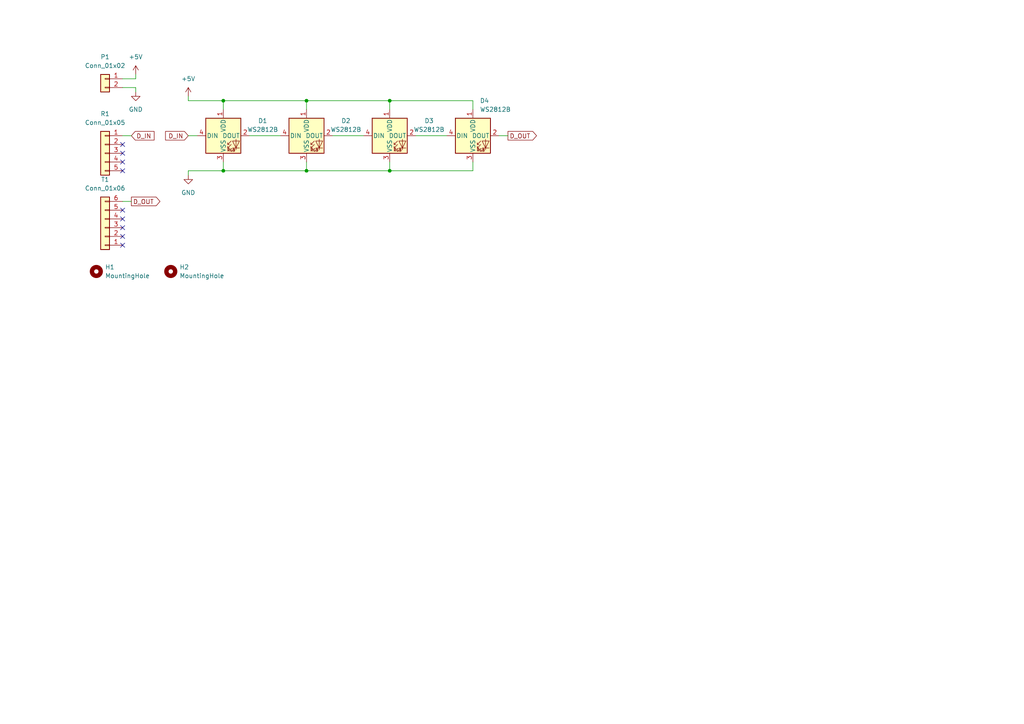
<source format=kicad_sch>
(kicad_sch (version 20211123) (generator eeschema)
  (paper "A4")
  (lib_symbols
    (symbol "Connector_Generic:Conn_01x02" (pin_names (offset 1.016) hide)
      (property "Reference" "J" (at 0 2.54 0))
      (property "Value" "Conn_01x02" (at 0 -5.08 0))
      (symbol "Conn_01x02_1_1"
        (rectangle (start -1.27 -2.413) (end 0 -2.667) (stroke (width 0.1524)))
        (rectangle (start -1.27 0.127) (end 0 -0.127) (stroke (width 0.1524)))
        (rectangle (start -1.27 1.27) (end 1.27 -3.81) (stroke (width 0.254)) (fill (type background)))
        (pin passive line (at -5.08 0 0) (length 3.81) (name "Pin_1") (number "1"))
        (pin passive line (at -5.08 -2.54 0) (length 3.81) (name "Pin_2") (number "2"))
      )
    )
    (symbol "Connector_Generic:Conn_01x05" (pin_names (offset 1.016) hide)
      (property "Reference" "J" (at 0 7.62 0))
      (property "Value" "Conn_01x05" (at 0 -7.62 0))
      (symbol "Conn_01x05_1_1"
        (rectangle (start -1.27 -4.953) (end 0 -5.207) (stroke (width 0.1524)))
        (rectangle (start -1.27 -2.413) (end 0 -2.667) (stroke (width 0.1524)))
        (rectangle (start -1.27 0.127) (end 0 -0.127) (stroke (width 0.1524)))
        (rectangle (start -1.27 2.667) (end 0 2.413) (stroke (width 0.1524)))
        (rectangle (start -1.27 5.207) (end 0 4.953) (stroke (width 0.1524)))
        (rectangle (start -1.27 6.35) (end 1.27 -6.35) (stroke (width 0.254)) (fill (type background)))
        (pin passive line (at -5.08 5.08 0) (length 3.81) (name "Pin_1") (number "1"))
        (pin passive line (at -5.08 2.54 0) (length 3.81) (name "Pin_2") (number "2"))
        (pin passive line (at -5.08 0 0) (length 3.81) (name "Pin_3") (number "3"))
        (pin passive line (at -5.08 -2.54 0) (length 3.81) (name "Pin_4") (number "4"))
        (pin passive line (at -5.08 -5.08 0) (length 3.81) (name "Pin_5") (number "5"))
      )
    )
    (symbol "Connector_Generic:Conn_01x06" (pin_names (offset 1.016) hide)
      (property "Reference" "J" (at 0 7.62 0))
      (property "Value" "Conn_01x06" (at 0 -10.16 0))
      (symbol "Conn_01x06_1_1"
        (rectangle (start -1.27 -7.493) (end 0 -7.747) (stroke (width 0.1524)))
        (rectangle (start -1.27 -4.953) (end 0 -5.207) (stroke (width 0.1524)))
        (rectangle (start -1.27 -2.413) (end 0 -2.667) (stroke (width 0.1524)))
        (rectangle (start -1.27 0.127) (end 0 -0.127) (stroke (width 0.1524)))
        (rectangle (start -1.27 2.667) (end 0 2.413) (stroke (width 0.1524)))
        (rectangle (start -1.27 5.207) (end 0 4.953) (stroke (width 0.1524)))
        (rectangle (start -1.27 6.35) (end 1.27 -8.89) (stroke (width 0.254)) (fill (type background)))
        (pin passive line (at -5.08 5.08 0) (length 3.81) (name "Pin_1") (number "1"))
        (pin passive line (at -5.08 2.54 0) (length 3.81) (name "Pin_2") (number "2"))
        (pin passive line (at -5.08 0 0) (length 3.81) (name "Pin_3") (number "3"))
        (pin passive line (at -5.08 -2.54 0) (length 3.81) (name "Pin_4") (number "4"))
        (pin passive line (at -5.08 -5.08 0) (length 3.81) (name "Pin_5") (number "5"))
        (pin passive line (at -5.08 -7.62 0) (length 3.81) (name "Pin_6") (number "6"))
      )
    )
    (symbol "LED:WS2812B" (pin_names (offset 0.254))
      (property "Reference" "D" (at 5.08 5.715 0))
      (property "Value" "WS2812B" (at 1.27 -5.715 0))
      (symbol "WS2812B_0_0"
        (text "RGB" (at 2.286 -4.191 0) (effects (font (size 0.762 0.762))))
      )
      (symbol "WS2812B_0_1"
        (polyline (pts (xy 1.27 -3.556) (xy 1.778 -3.556)))
        (polyline (pts (xy 1.27 -2.54) (xy 1.778 -2.54)))
        (polyline (pts (xy 4.699 -3.556) (xy 2.667 -3.556)))
        (polyline (pts (xy 2.286 -2.54) (xy 1.27 -3.556) (xy 1.27 -3.048)))
        (polyline (pts (xy 2.286 -1.524) (xy 1.27 -2.54) (xy 1.27 -2.032)))
        (polyline (pts (xy 3.683 -1.016) (xy 3.683 -3.556) (xy 3.683 -4.064)))
        (polyline (pts (xy 4.699 -1.524) (xy 2.667 -1.524) (xy 3.683 -3.556) (xy 4.699 -1.524)))
        (rectangle (start 5.08 5.08) (end -5.08 -5.08) (stroke (width 0.254)) (fill (type background)))
      )
      (symbol "WS2812B_1_1"
        (pin power_in line (at 0 7.62 270) (length 2.54) (name "VDD") (number "1"))
        (pin output line (at 7.62 0 180) (length 2.54) (name "DOUT") (number "2"))
        (pin power_in line (at 0 -7.62 90) (length 2.54) (name "VSS") (number "3"))
        (pin input line (at -7.62 0 0) (length 2.54) (name "DIN") (number "4"))
      )
    )
    (symbol "Mechanical:MountingHole" (pin_names (offset 1.016))
      (property "Reference" "H" (at 0 5.08 0))
      (property "Value" "MountingHole" (at 0 3.175 0))
      (symbol "MountingHole_0_1"
        (circle (center 0 0) (radius 1.27) (stroke (width 1.27)))
      )
    )
    (symbol "power:+5V" (power) (pin_names (offset 0))
      (property "Value" "+5V" (at 0 3.556 0))
      (symbol "+5V_0_1"
        (polyline (pts (xy -0.762 1.27) (xy 0 2.54)))
        (polyline (pts (xy 0 0) (xy 0 2.54)))
        (polyline (pts (xy 0 2.54) (xy 0.762 1.27)))
      )
      (symbol "+5V_1_1"
        (pin power_in line (at 0 0 90) (length 0) hide (name "+5V") (number "1"))
      )
    )
    (symbol "power:GND" (power) (pin_names (offset 0))
      (property "Value" "GND" (at 0 -3.81 0))
      (symbol "GND_0_1"
        (polyline (pts (xy 0 0) (xy 0 -1.27) (xy 1.27 -1.27) (xy 0 -2.54) (xy -1.27 -1.27) (xy 0 -1.27)))
      )
      (symbol "GND_1_1"
        (pin power_in line (at 0 0 270) (length 0) hide (name "GND") (number "1"))
      )
    )
  )
  (junction (at 64.77 49.53))
  (junction (at 88.9 49.53))
  (junction (at 113.03 29.21))
  (junction (at 88.9 29.21))
  (junction (at 64.77 29.21))
  (junction (at 113.03 49.53))
  (no_connect (at 35.56 71.12))
  (no_connect (at 35.56 44.45))
  (no_connect (at 35.56 41.91))
  (no_connect (at 35.56 49.53))
  (no_connect (at 35.56 63.5))
  (no_connect (at 35.56 68.58))
  (no_connect (at 35.56 46.99))
  (no_connect (at 35.56 60.96))
  (no_connect (at 35.56 66.04))
  (wire (pts (xy 88.9 46.99) (xy 88.9 49.53)))
  (wire (pts (xy 147.32 39.37) (xy 144.78 39.37)))
  (wire (pts (xy 113.03 29.21) (xy 88.9 29.21)))
  (wire (pts (xy 39.37 25.4) (xy 39.37 26.67)))
  (wire (pts (xy 64.77 46.99) (xy 64.77 49.53)))
  (wire (pts (xy 54.61 50.8) (xy 54.61 49.53)))
  (wire (pts (xy 113.03 46.99) (xy 113.03 49.53)))
  (wire (pts (xy 64.77 49.53) (xy 88.9 49.53)))
  (wire (pts (xy 38.1 58.42) (xy 35.56 58.42)))
  (wire (pts (xy 72.39 39.37) (xy 81.28 39.37)))
  (wire (pts (xy 113.03 29.21) (xy 113.03 31.75)))
  (wire (pts (xy 39.37 22.86) (xy 39.37 21.59)))
  (wire (pts (xy 88.9 29.21) (xy 88.9 31.75)))
  (wire (pts (xy 88.9 49.53) (xy 113.03 49.53)))
  (wire (pts (xy 64.77 31.75) (xy 64.77 29.21)))
  (wire (pts (xy 137.16 29.21) (xy 113.03 29.21)))
  (wire (pts (xy 120.65 39.37) (xy 129.54 39.37)))
  (wire (pts (xy 35.56 22.86) (xy 39.37 22.86)))
  (wire (pts (xy 137.16 49.53) (xy 137.16 46.99)))
  (wire (pts (xy 113.03 49.53) (xy 137.16 49.53)))
  (wire (pts (xy 35.56 25.4) (xy 39.37 25.4)))
  (wire (pts (xy 137.16 31.75) (xy 137.16 29.21)))
  (wire (pts (xy 54.61 39.37) (xy 57.15 39.37)))
  (wire (pts (xy 54.61 49.53) (xy 64.77 49.53)))
  (wire (pts (xy 54.61 29.21) (xy 64.77 29.21)))
  (wire (pts (xy 96.52 39.37) (xy 105.41 39.37)))
  (wire (pts (xy 54.61 27.94) (xy 54.61 29.21)))
  (wire (pts (xy 64.77 29.21) (xy 88.9 29.21)))
  (wire (pts (xy 38.1 39.37) (xy 35.56 39.37)))
  (global_label "D_OUT" (shape output) (at 38.1 58.42 0) (property "Intersheet References" "${INTERSHEET_REFS}" (effects hide)))
  (global_label "D_IN" (shape input) (at 54.61 39.37 180) (property "Intersheet References" "${INTERSHEET_REFS}" (effects hide)))
  (global_label "D_OUT" (shape output) (at 147.32 39.37 0) (property "Intersheet References" "${INTERSHEET_REFS}" (effects hide)))
  (global_label "D_IN" (shape input) (at 38.1 39.37 0) (property "Intersheet References" "${INTERSHEET_REFS}" (effects hide)))
  (symbol (lib_id "power:+5V") (at 54.61 27.94 0) (unit 1)
    (property "Reference" "#PWR0104" (effects hide))
    (property "Value" "+5V" (at 54.61 22.86 0))
  )
  (symbol (lib_id "Connector_Generic:Conn_01x02") (at 30.48 22.86 0) (mirror y) (unit 1)
    (property "Reference" "P1" (at 30.48 16.51 0))
    (property "Value" "Conn_01x02" (at 30.48 19.05 0))
    (property "Footprint" "Connector_JST:JST_XH_S2B-XH-A_1x02_P2.50mm_Horizontal" (effects hide))
  )
  (symbol (lib_id "power:GND") (at 54.61 50.8 0) (unit 1)
    (property "Reference" "#PWR0102" (effects hide))
    (property "Value" "GND" (at 54.61 55.88 0))
  )
  (symbol (lib_id "Connector_Generic:Conn_01x06") (at 30.48 66.04 180) (unit 1)
    (property "Reference" "T1" (at 30.48 52.07 0))
    (property "Value" "Conn_01x06" (at 30.48 54.61 0))
    (property "Footprint" "Connector_JST:JST_PH_S6B-PH-K_1x06_P2.00mm_Horizontal" (effects hide))
  )
  (symbol (lib_id "Mechanical:MountingHole") (at 49.53 78.74 0) (unit 1)
    (property "Reference" "H2" (at 52.07 77.4699 0) (effects (justify left)))
    (property "Value" "MountingHole" (at 52.07 80.0099 0) (effects (justify left)))
    (property "Footprint" "MountingHole:MountingHole_5mm" (effects hide))
  )
  (symbol (lib_id "LED:WS2812B") (at 137.16 39.37 0) (unit 1)
    (property "Reference" "D4" (at 139.1794 29.21 0) (effects (justify left)))
    (property "Value" "WS2812B" (at 139.1794 31.75 0) (effects (justify left)))
    (property "Footprint" "LED_SMD:LED_WS2812B_PLCC4_5.0x5.0mm_P3.2mm" (effects hide))
    (property "Datasheet" "https://cdn-shop.adafruit.com/datasheets/WS2812B.pdf" (effects hide))
  )
  (symbol (lib_id "LED:WS2812B") (at 64.77 39.37 0) (unit 1)
    (property "Reference" "D1" (at 76.2 35.0393 0))
    (property "Value" "WS2812B" (at 76.2 37.5793 0))
    (property "Footprint" "LED_SMD:LED_WS2812B_PLCC4_5.0x5.0mm_P3.2mm" (effects hide))
    (property "Datasheet" "https://cdn-shop.adafruit.com/datasheets/WS2812B.pdf" (effects hide))
  )
  (symbol (lib_id "LED:WS2812B") (at 88.9 39.37 0) (unit 1)
    (property "Reference" "D2" (at 100.33 35.0393 0))
    (property "Value" "WS2812B" (at 100.33 37.5793 0))
    (property "Footprint" "LED_SMD:LED_WS2812B_PLCC4_5.0x5.0mm_P3.2mm" (effects hide))
    (property "Datasheet" "https://cdn-shop.adafruit.com/datasheets/WS2812B.pdf" (effects hide))
  )
  (symbol (lib_id "power:+5V") (at 39.37 21.59 0) (unit 1)
    (property "Reference" "#PWR0103" (effects hide))
    (property "Value" "+5V" (at 39.37 16.51 0))
  )
  (symbol (lib_id "power:GND") (at 39.37 26.67 0) (unit 1)
    (property "Reference" "#PWR0101" (effects hide))
    (property "Value" "GND" (at 39.37 31.75 0))
  )
  (symbol (lib_id "Mechanical:MountingHole") (at 27.94 78.74 0) (unit 1)
    (property "Reference" "H1" (at 30.48 77.4699 0) (effects (justify left)))
    (property "Value" "MountingHole" (at 30.48 80.0099 0) (effects (justify left)))
    (property "Footprint" "MountingHole:MountingHole_5mm" (effects hide))
  )
  (symbol (lib_id "Connector_Generic:Conn_01x05") (at 30.48 44.45 0) (mirror y) (unit 1)
    (property "Reference" "R1" (at 30.48 33.02 0))
    (property "Value" "Conn_01x05" (at 30.48 35.56 0))
    (property "Footprint" "Connector_JST:JST_PH_S5B-PH-K_1x05_P2.00mm_Horizontal" (effects hide))
  )
  (symbol (lib_id "LED:WS2812B") (at 113.03 39.37 0) (unit 1)
    (property "Reference" "D3" (at 124.46 35.0393 0))
    (property "Value" "WS2812B" (at 124.46 37.5793 0))
    (property "Footprint" "LED_SMD:LED_WS2812B_PLCC4_5.0x5.0mm_P3.2mm" (effects hide))
    (property "Datasheet" "https://cdn-shop.adafruit.com/datasheets/WS2812B.pdf" (effects hide))
  )
)
</source>
